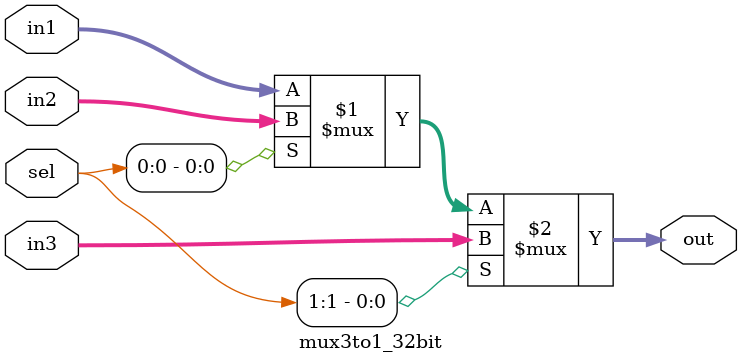
<source format=v>
module mux3to1_32bit(output [31:0] out, input [1:0] sel, input [31:0] in1, input [31:0] in2,
                    input [31:0] in3);
    assign out=(sel[1])?(in3):((sel[0])?(in2):(in1));
endmodule
</source>
